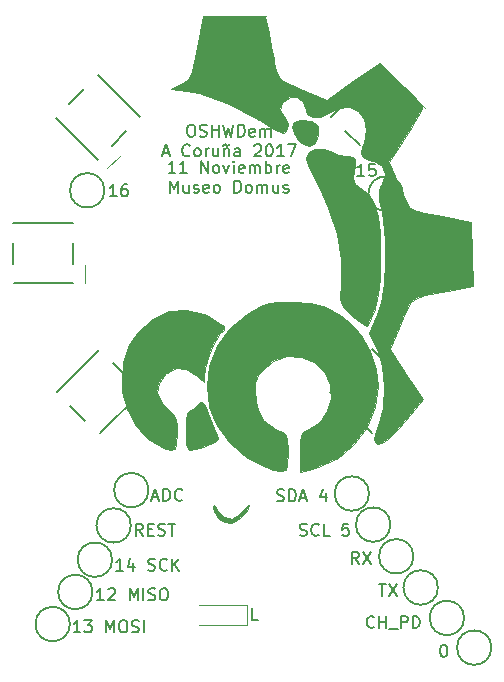
<source format=gto>
G04 #@! TF.GenerationSoftware,KiCad,Pcbnew,(2017-05-14 revision 14bb238b3)-makepkg*
G04 #@! TF.CreationDate,2017-07-12T11:42:09-06:00*
G04 #@! TF.ProjectId,001,3030312E6B696361645F706362000000,rev?*
G04 #@! TF.FileFunction,Legend,Top*
G04 #@! TF.FilePolarity,Positive*
%FSLAX46Y46*%
G04 Gerber Fmt 4.6, Leading zero omitted, Abs format (unit mm)*
G04 Created by KiCad (PCBNEW (2017-05-14 revision 14bb238b3)-makepkg) date 07/12/17 11:42:09*
%MOMM*%
%LPD*%
G01*
G04 APERTURE LIST*
%ADD10C,0.100000*%
%ADD11C,0.152400*%
%ADD12C,0.050000*%
%ADD13C,0.120000*%
%ADD14C,0.010000*%
G04 APERTURE END LIST*
D10*
D11*
X122020920Y-93693079D02*
X121682253Y-93209269D01*
X121440348Y-93693079D02*
X121440348Y-92677079D01*
X121827396Y-92677079D01*
X121924158Y-92725460D01*
X121972539Y-92773840D01*
X122020920Y-92870602D01*
X122020920Y-93015745D01*
X121972539Y-93112507D01*
X121924158Y-93160888D01*
X121827396Y-93209269D01*
X121440348Y-93209269D01*
X122456348Y-93160888D02*
X122795015Y-93160888D01*
X122940158Y-93693079D02*
X122456348Y-93693079D01*
X122456348Y-92677079D01*
X122940158Y-92677079D01*
X123327205Y-93644698D02*
X123472348Y-93693079D01*
X123714253Y-93693079D01*
X123811015Y-93644698D01*
X123859396Y-93596317D01*
X123907777Y-93499555D01*
X123907777Y-93402793D01*
X123859396Y-93306031D01*
X123811015Y-93257650D01*
X123714253Y-93209269D01*
X123520729Y-93160888D01*
X123423967Y-93112507D01*
X123375586Y-93064126D01*
X123327205Y-92967364D01*
X123327205Y-92870602D01*
X123375586Y-92773840D01*
X123423967Y-92725460D01*
X123520729Y-92677079D01*
X123762634Y-92677079D01*
X123907777Y-92725460D01*
X124198062Y-92677079D02*
X124778634Y-92677079D01*
X124488348Y-93693079D02*
X124488348Y-92677079D01*
X122845815Y-90456393D02*
X123329624Y-90456393D01*
X122749053Y-90746679D02*
X123087720Y-89730679D01*
X123426386Y-90746679D01*
X123765053Y-90746679D02*
X123765053Y-89730679D01*
X124006958Y-89730679D01*
X124152100Y-89779060D01*
X124248862Y-89875821D01*
X124297243Y-89972583D01*
X124345624Y-90166107D01*
X124345624Y-90311250D01*
X124297243Y-90504774D01*
X124248862Y-90601536D01*
X124152100Y-90698298D01*
X124006958Y-90746679D01*
X123765053Y-90746679D01*
X125361624Y-90649917D02*
X125313243Y-90698298D01*
X125168100Y-90746679D01*
X125071339Y-90746679D01*
X124926196Y-90698298D01*
X124829434Y-90601536D01*
X124781053Y-90504774D01*
X124732672Y-90311250D01*
X124732672Y-90166107D01*
X124781053Y-89972583D01*
X124829434Y-89875821D01*
X124926196Y-89779060D01*
X125071339Y-89730679D01*
X125168100Y-89730679D01*
X125313243Y-89779060D01*
X125361624Y-89827440D01*
X131771496Y-100817779D02*
X131287686Y-100817779D01*
X131287686Y-99801779D01*
X135320239Y-93657398D02*
X135465381Y-93705779D01*
X135707286Y-93705779D01*
X135804048Y-93657398D01*
X135852429Y-93609017D01*
X135900810Y-93512255D01*
X135900810Y-93415493D01*
X135852429Y-93318731D01*
X135804048Y-93270350D01*
X135707286Y-93221969D01*
X135513762Y-93173588D01*
X135417000Y-93125207D01*
X135368620Y-93076826D01*
X135320239Y-92980064D01*
X135320239Y-92883302D01*
X135368620Y-92786540D01*
X135417000Y-92738160D01*
X135513762Y-92689779D01*
X135755667Y-92689779D01*
X135900810Y-92738160D01*
X136916810Y-93609017D02*
X136868429Y-93657398D01*
X136723286Y-93705779D01*
X136626524Y-93705779D01*
X136481381Y-93657398D01*
X136384620Y-93560636D01*
X136336239Y-93463874D01*
X136287858Y-93270350D01*
X136287858Y-93125207D01*
X136336239Y-92931683D01*
X136384620Y-92834921D01*
X136481381Y-92738160D01*
X136626524Y-92689779D01*
X136723286Y-92689779D01*
X136868429Y-92738160D01*
X136916810Y-92786540D01*
X137836048Y-93705779D02*
X137352239Y-93705779D01*
X137352239Y-92689779D01*
X139432620Y-92689779D02*
X138948810Y-92689779D01*
X138900429Y-93173588D01*
X138948810Y-93125207D01*
X139045572Y-93076826D01*
X139287477Y-93076826D01*
X139384239Y-93125207D01*
X139432620Y-93173588D01*
X139481000Y-93270350D01*
X139481000Y-93512255D01*
X139432620Y-93609017D01*
X139384239Y-93657398D01*
X139287477Y-93705779D01*
X139045572Y-93705779D01*
X138948810Y-93657398D01*
X138900429Y-93609017D01*
X133403748Y-90736398D02*
X133548891Y-90784779D01*
X133790796Y-90784779D01*
X133887558Y-90736398D01*
X133935939Y-90688017D01*
X133984320Y-90591255D01*
X133984320Y-90494493D01*
X133935939Y-90397731D01*
X133887558Y-90349350D01*
X133790796Y-90300969D01*
X133597272Y-90252588D01*
X133500510Y-90204207D01*
X133452129Y-90155826D01*
X133403748Y-90059064D01*
X133403748Y-89962302D01*
X133452129Y-89865540D01*
X133500510Y-89817160D01*
X133597272Y-89768779D01*
X133839177Y-89768779D01*
X133984320Y-89817160D01*
X134419748Y-90784779D02*
X134419748Y-89768779D01*
X134661653Y-89768779D01*
X134806796Y-89817160D01*
X134903558Y-89913921D01*
X134951939Y-90010683D01*
X135000320Y-90204207D01*
X135000320Y-90349350D01*
X134951939Y-90542874D01*
X134903558Y-90639636D01*
X134806796Y-90736398D01*
X134661653Y-90784779D01*
X134419748Y-90784779D01*
X135387367Y-90494493D02*
X135871177Y-90494493D01*
X135290605Y-90784779D02*
X135629272Y-89768779D01*
X135967939Y-90784779D01*
X137516129Y-90107445D02*
X137516129Y-90784779D01*
X137274224Y-89720398D02*
X137032320Y-90446112D01*
X137661272Y-90446112D01*
X147448739Y-102938679D02*
X147545500Y-102938679D01*
X147642262Y-102987060D01*
X147690643Y-103035440D01*
X147739024Y-103132202D01*
X147787405Y-103325726D01*
X147787405Y-103567631D01*
X147739024Y-103761155D01*
X147690643Y-103857917D01*
X147642262Y-103906298D01*
X147545500Y-103954679D01*
X147448739Y-103954679D01*
X147351977Y-103906298D01*
X147303596Y-103857917D01*
X147255215Y-103761155D01*
X147206834Y-103567631D01*
X147206834Y-103325726D01*
X147255215Y-103132202D01*
X147303596Y-103035440D01*
X147351977Y-102987060D01*
X147448739Y-102938679D01*
X119808096Y-64952979D02*
X119227524Y-64952979D01*
X119517810Y-64952979D02*
X119517810Y-63936979D01*
X119421048Y-64082121D01*
X119324286Y-64178883D01*
X119227524Y-64227264D01*
X120678953Y-63936979D02*
X120485429Y-63936979D01*
X120388667Y-63985360D01*
X120340286Y-64033740D01*
X120243524Y-64178883D01*
X120195143Y-64372407D01*
X120195143Y-64759455D01*
X120243524Y-64856217D01*
X120291905Y-64904598D01*
X120388667Y-64952979D01*
X120582191Y-64952979D01*
X120678953Y-64904598D01*
X120727334Y-64856217D01*
X120775715Y-64759455D01*
X120775715Y-64517550D01*
X120727334Y-64420788D01*
X120678953Y-64372407D01*
X120582191Y-64324026D01*
X120388667Y-64324026D01*
X120291905Y-64372407D01*
X120243524Y-64420788D01*
X120195143Y-64517550D01*
X126022024Y-58895079D02*
X126215548Y-58895079D01*
X126312310Y-58943460D01*
X126409072Y-59040221D01*
X126457453Y-59233745D01*
X126457453Y-59572412D01*
X126409072Y-59765936D01*
X126312310Y-59862698D01*
X126215548Y-59911079D01*
X126022024Y-59911079D01*
X125925262Y-59862698D01*
X125828500Y-59765936D01*
X125780120Y-59572412D01*
X125780120Y-59233745D01*
X125828500Y-59040221D01*
X125925262Y-58943460D01*
X126022024Y-58895079D01*
X126844500Y-59862698D02*
X126989643Y-59911079D01*
X127231548Y-59911079D01*
X127328310Y-59862698D01*
X127376691Y-59814317D01*
X127425072Y-59717555D01*
X127425072Y-59620793D01*
X127376691Y-59524031D01*
X127328310Y-59475650D01*
X127231548Y-59427269D01*
X127038024Y-59378888D01*
X126941262Y-59330507D01*
X126892881Y-59282126D01*
X126844500Y-59185364D01*
X126844500Y-59088602D01*
X126892881Y-58991840D01*
X126941262Y-58943460D01*
X127038024Y-58895079D01*
X127279929Y-58895079D01*
X127425072Y-58943460D01*
X127860500Y-59911079D02*
X127860500Y-58895079D01*
X127860500Y-59378888D02*
X128441072Y-59378888D01*
X128441072Y-59911079D02*
X128441072Y-58895079D01*
X128828120Y-58895079D02*
X129070024Y-59911079D01*
X129263548Y-59185364D01*
X129457072Y-59911079D01*
X129698977Y-58895079D01*
X130086024Y-59911079D02*
X130086024Y-58895079D01*
X130327929Y-58895079D01*
X130473072Y-58943460D01*
X130569834Y-59040221D01*
X130618215Y-59136983D01*
X130666596Y-59330507D01*
X130666596Y-59475650D01*
X130618215Y-59669174D01*
X130569834Y-59765936D01*
X130473072Y-59862698D01*
X130327929Y-59911079D01*
X130086024Y-59911079D01*
X131489072Y-59862698D02*
X131392310Y-59911079D01*
X131198786Y-59911079D01*
X131102024Y-59862698D01*
X131053643Y-59765936D01*
X131053643Y-59378888D01*
X131102024Y-59282126D01*
X131198786Y-59233745D01*
X131392310Y-59233745D01*
X131489072Y-59282126D01*
X131537453Y-59378888D01*
X131537453Y-59475650D01*
X131053643Y-59572412D01*
X131972881Y-59911079D02*
X131972881Y-59233745D01*
X131972881Y-59330507D02*
X132021262Y-59282126D01*
X132118024Y-59233745D01*
X132263167Y-59233745D01*
X132359929Y-59282126D01*
X132408310Y-59378888D01*
X132408310Y-59911079D01*
X132408310Y-59378888D02*
X132456691Y-59282126D01*
X132553453Y-59233745D01*
X132698596Y-59233745D01*
X132795358Y-59282126D01*
X132843739Y-59378888D01*
X132843739Y-59911079D01*
X123723929Y-61297193D02*
X124207739Y-61297193D01*
X123627167Y-61587479D02*
X123965834Y-60571479D01*
X124304500Y-61587479D01*
X125997834Y-61490717D02*
X125949453Y-61539098D01*
X125804310Y-61587479D01*
X125707548Y-61587479D01*
X125562405Y-61539098D01*
X125465643Y-61442336D01*
X125417262Y-61345574D01*
X125368881Y-61152050D01*
X125368881Y-61006907D01*
X125417262Y-60813383D01*
X125465643Y-60716621D01*
X125562405Y-60619860D01*
X125707548Y-60571479D01*
X125804310Y-60571479D01*
X125949453Y-60619860D01*
X125997834Y-60668240D01*
X126578405Y-61587479D02*
X126481643Y-61539098D01*
X126433262Y-61490717D01*
X126384881Y-61393955D01*
X126384881Y-61103669D01*
X126433262Y-61006907D01*
X126481643Y-60958526D01*
X126578405Y-60910145D01*
X126723548Y-60910145D01*
X126820310Y-60958526D01*
X126868691Y-61006907D01*
X126917072Y-61103669D01*
X126917072Y-61393955D01*
X126868691Y-61490717D01*
X126820310Y-61539098D01*
X126723548Y-61587479D01*
X126578405Y-61587479D01*
X127352500Y-61587479D02*
X127352500Y-60910145D01*
X127352500Y-61103669D02*
X127400881Y-61006907D01*
X127449262Y-60958526D01*
X127546024Y-60910145D01*
X127642786Y-60910145D01*
X128416881Y-60910145D02*
X128416881Y-61587479D01*
X127981453Y-60910145D02*
X127981453Y-61442336D01*
X128029834Y-61539098D01*
X128126596Y-61587479D01*
X128271739Y-61587479D01*
X128368500Y-61539098D01*
X128416881Y-61490717D01*
X128900691Y-60910145D02*
X128900691Y-61587479D01*
X128900691Y-61006907D02*
X128949072Y-60958526D01*
X129045834Y-60910145D01*
X129190977Y-60910145D01*
X129287739Y-60958526D01*
X129336120Y-61055288D01*
X129336120Y-61587479D01*
X128852310Y-60668240D02*
X128900691Y-60619860D01*
X128997453Y-60571479D01*
X129190977Y-60668240D01*
X129287739Y-60619860D01*
X129336120Y-60571479D01*
X130255358Y-61587479D02*
X130255358Y-61055288D01*
X130206977Y-60958526D01*
X130110215Y-60910145D01*
X129916691Y-60910145D01*
X129819929Y-60958526D01*
X130255358Y-61539098D02*
X130158596Y-61587479D01*
X129916691Y-61587479D01*
X129819929Y-61539098D01*
X129771548Y-61442336D01*
X129771548Y-61345574D01*
X129819929Y-61248812D01*
X129916691Y-61200431D01*
X130158596Y-61200431D01*
X130255358Y-61152050D01*
X131464881Y-60668240D02*
X131513262Y-60619860D01*
X131610024Y-60571479D01*
X131851929Y-60571479D01*
X131948691Y-60619860D01*
X131997072Y-60668240D01*
X132045453Y-60765002D01*
X132045453Y-60861764D01*
X131997072Y-61006907D01*
X131416500Y-61587479D01*
X132045453Y-61587479D01*
X132674405Y-60571479D02*
X132771167Y-60571479D01*
X132867929Y-60619860D01*
X132916310Y-60668240D01*
X132964691Y-60765002D01*
X133013072Y-60958526D01*
X133013072Y-61200431D01*
X132964691Y-61393955D01*
X132916310Y-61490717D01*
X132867929Y-61539098D01*
X132771167Y-61587479D01*
X132674405Y-61587479D01*
X132577643Y-61539098D01*
X132529262Y-61490717D01*
X132480881Y-61393955D01*
X132432500Y-61200431D01*
X132432500Y-60958526D01*
X132480881Y-60765002D01*
X132529262Y-60668240D01*
X132577643Y-60619860D01*
X132674405Y-60571479D01*
X133980691Y-61587479D02*
X133400120Y-61587479D01*
X133690405Y-61587479D02*
X133690405Y-60571479D01*
X133593643Y-60716621D01*
X133496881Y-60813383D01*
X133400120Y-60861764D01*
X134319358Y-60571479D02*
X134996691Y-60571479D01*
X134561262Y-61587479D01*
X124787100Y-62984479D02*
X124206529Y-62984479D01*
X124496815Y-62984479D02*
X124496815Y-61968479D01*
X124400053Y-62113621D01*
X124303291Y-62210383D01*
X124206529Y-62258764D01*
X125754720Y-62984479D02*
X125174148Y-62984479D01*
X125464434Y-62984479D02*
X125464434Y-61968479D01*
X125367672Y-62113621D01*
X125270910Y-62210383D01*
X125174148Y-62258764D01*
X126964243Y-62984479D02*
X126964243Y-61968479D01*
X127544815Y-62984479D01*
X127544815Y-61968479D01*
X128173767Y-62984479D02*
X128077005Y-62936098D01*
X128028624Y-62887717D01*
X127980243Y-62790955D01*
X127980243Y-62500669D01*
X128028624Y-62403907D01*
X128077005Y-62355526D01*
X128173767Y-62307145D01*
X128318910Y-62307145D01*
X128415672Y-62355526D01*
X128464053Y-62403907D01*
X128512434Y-62500669D01*
X128512434Y-62790955D01*
X128464053Y-62887717D01*
X128415672Y-62936098D01*
X128318910Y-62984479D01*
X128173767Y-62984479D01*
X128851100Y-62307145D02*
X129093005Y-62984479D01*
X129334910Y-62307145D01*
X129721958Y-62984479D02*
X129721958Y-62307145D01*
X129721958Y-61968479D02*
X129673577Y-62016860D01*
X129721958Y-62065240D01*
X129770339Y-62016860D01*
X129721958Y-61968479D01*
X129721958Y-62065240D01*
X130592815Y-62936098D02*
X130496053Y-62984479D01*
X130302529Y-62984479D01*
X130205767Y-62936098D01*
X130157386Y-62839336D01*
X130157386Y-62452288D01*
X130205767Y-62355526D01*
X130302529Y-62307145D01*
X130496053Y-62307145D01*
X130592815Y-62355526D01*
X130641196Y-62452288D01*
X130641196Y-62549050D01*
X130157386Y-62645812D01*
X131076624Y-62984479D02*
X131076624Y-62307145D01*
X131076624Y-62403907D02*
X131125005Y-62355526D01*
X131221767Y-62307145D01*
X131366910Y-62307145D01*
X131463672Y-62355526D01*
X131512053Y-62452288D01*
X131512053Y-62984479D01*
X131512053Y-62452288D02*
X131560434Y-62355526D01*
X131657196Y-62307145D01*
X131802339Y-62307145D01*
X131899100Y-62355526D01*
X131947481Y-62452288D01*
X131947481Y-62984479D01*
X132431291Y-62984479D02*
X132431291Y-61968479D01*
X132431291Y-62355526D02*
X132528053Y-62307145D01*
X132721577Y-62307145D01*
X132818339Y-62355526D01*
X132866720Y-62403907D01*
X132915100Y-62500669D01*
X132915100Y-62790955D01*
X132866720Y-62887717D01*
X132818339Y-62936098D01*
X132721577Y-62984479D01*
X132528053Y-62984479D01*
X132431291Y-62936098D01*
X133350529Y-62984479D02*
X133350529Y-62307145D01*
X133350529Y-62500669D02*
X133398910Y-62403907D01*
X133447291Y-62355526D01*
X133544053Y-62307145D01*
X133640815Y-62307145D01*
X134366529Y-62936098D02*
X134269767Y-62984479D01*
X134076243Y-62984479D01*
X133979481Y-62936098D01*
X133931100Y-62839336D01*
X133931100Y-62452288D01*
X133979481Y-62355526D01*
X134076243Y-62307145D01*
X134269767Y-62307145D01*
X134366529Y-62355526D01*
X134414910Y-62452288D01*
X134414910Y-62549050D01*
X133931100Y-62645812D01*
X124303291Y-64660879D02*
X124303291Y-63644879D01*
X124641958Y-64370593D01*
X124980624Y-63644879D01*
X124980624Y-64660879D01*
X125899862Y-63983545D02*
X125899862Y-64660879D01*
X125464434Y-63983545D02*
X125464434Y-64515736D01*
X125512815Y-64612498D01*
X125609577Y-64660879D01*
X125754720Y-64660879D01*
X125851481Y-64612498D01*
X125899862Y-64564117D01*
X126335291Y-64612498D02*
X126432053Y-64660879D01*
X126625577Y-64660879D01*
X126722339Y-64612498D01*
X126770720Y-64515736D01*
X126770720Y-64467355D01*
X126722339Y-64370593D01*
X126625577Y-64322212D01*
X126480434Y-64322212D01*
X126383672Y-64273831D01*
X126335291Y-64177069D01*
X126335291Y-64128688D01*
X126383672Y-64031926D01*
X126480434Y-63983545D01*
X126625577Y-63983545D01*
X126722339Y-64031926D01*
X127593196Y-64612498D02*
X127496434Y-64660879D01*
X127302910Y-64660879D01*
X127206148Y-64612498D01*
X127157767Y-64515736D01*
X127157767Y-64128688D01*
X127206148Y-64031926D01*
X127302910Y-63983545D01*
X127496434Y-63983545D01*
X127593196Y-64031926D01*
X127641577Y-64128688D01*
X127641577Y-64225450D01*
X127157767Y-64322212D01*
X128222148Y-64660879D02*
X128125386Y-64612498D01*
X128077005Y-64564117D01*
X128028624Y-64467355D01*
X128028624Y-64177069D01*
X128077005Y-64080307D01*
X128125386Y-64031926D01*
X128222148Y-63983545D01*
X128367291Y-63983545D01*
X128464053Y-64031926D01*
X128512434Y-64080307D01*
X128560815Y-64177069D01*
X128560815Y-64467355D01*
X128512434Y-64564117D01*
X128464053Y-64612498D01*
X128367291Y-64660879D01*
X128222148Y-64660879D01*
X129770339Y-64660879D02*
X129770339Y-63644879D01*
X130012243Y-63644879D01*
X130157386Y-63693260D01*
X130254148Y-63790021D01*
X130302529Y-63886783D01*
X130350910Y-64080307D01*
X130350910Y-64225450D01*
X130302529Y-64418974D01*
X130254148Y-64515736D01*
X130157386Y-64612498D01*
X130012243Y-64660879D01*
X129770339Y-64660879D01*
X130931481Y-64660879D02*
X130834720Y-64612498D01*
X130786339Y-64564117D01*
X130737958Y-64467355D01*
X130737958Y-64177069D01*
X130786339Y-64080307D01*
X130834720Y-64031926D01*
X130931481Y-63983545D01*
X131076624Y-63983545D01*
X131173386Y-64031926D01*
X131221767Y-64080307D01*
X131270148Y-64177069D01*
X131270148Y-64467355D01*
X131221767Y-64564117D01*
X131173386Y-64612498D01*
X131076624Y-64660879D01*
X130931481Y-64660879D01*
X131705577Y-64660879D02*
X131705577Y-63983545D01*
X131705577Y-64080307D02*
X131753958Y-64031926D01*
X131850720Y-63983545D01*
X131995862Y-63983545D01*
X132092624Y-64031926D01*
X132141005Y-64128688D01*
X132141005Y-64660879D01*
X132141005Y-64128688D02*
X132189386Y-64031926D01*
X132286148Y-63983545D01*
X132431291Y-63983545D01*
X132528053Y-64031926D01*
X132576434Y-64128688D01*
X132576434Y-64660879D01*
X133495672Y-63983545D02*
X133495672Y-64660879D01*
X133060243Y-63983545D02*
X133060243Y-64515736D01*
X133108624Y-64612498D01*
X133205386Y-64660879D01*
X133350529Y-64660879D01*
X133447291Y-64612498D01*
X133495672Y-64564117D01*
X133931100Y-64612498D02*
X134027862Y-64660879D01*
X134221386Y-64660879D01*
X134318148Y-64612498D01*
X134366529Y-64515736D01*
X134366529Y-64467355D01*
X134318148Y-64370593D01*
X134221386Y-64322212D01*
X134076243Y-64322212D01*
X133979481Y-64273831D01*
X133931100Y-64177069D01*
X133931100Y-64128688D01*
X133979481Y-64031926D01*
X134076243Y-63983545D01*
X134221386Y-63983545D01*
X134318148Y-64031926D01*
X118725572Y-99166779D02*
X118145000Y-99166779D01*
X118435286Y-99166779D02*
X118435286Y-98150779D01*
X118338524Y-98295921D01*
X118241762Y-98392683D01*
X118145000Y-98441064D01*
X119112620Y-98247540D02*
X119161000Y-98199160D01*
X119257762Y-98150779D01*
X119499667Y-98150779D01*
X119596429Y-98199160D01*
X119644810Y-98247540D01*
X119693191Y-98344302D01*
X119693191Y-98441064D01*
X119644810Y-98586207D01*
X119064239Y-99166779D01*
X119693191Y-99166779D01*
X120902715Y-99166779D02*
X120902715Y-98150779D01*
X121241381Y-98876493D01*
X121580048Y-98150779D01*
X121580048Y-99166779D01*
X122063858Y-99166779D02*
X122063858Y-98150779D01*
X122499286Y-99118398D02*
X122644429Y-99166779D01*
X122886334Y-99166779D01*
X122983096Y-99118398D01*
X123031477Y-99070017D01*
X123079858Y-98973255D01*
X123079858Y-98876493D01*
X123031477Y-98779731D01*
X122983096Y-98731350D01*
X122886334Y-98682969D01*
X122692810Y-98634588D01*
X122596048Y-98586207D01*
X122547667Y-98537826D01*
X122499286Y-98441064D01*
X122499286Y-98344302D01*
X122547667Y-98247540D01*
X122596048Y-98199160D01*
X122692810Y-98150779D01*
X122934715Y-98150779D01*
X123079858Y-98199160D01*
X123708810Y-98150779D02*
X123902334Y-98150779D01*
X123999096Y-98199160D01*
X124095858Y-98295921D01*
X124144239Y-98489445D01*
X124144239Y-98828112D01*
X124095858Y-99021636D01*
X123999096Y-99118398D01*
X123902334Y-99166779D01*
X123708810Y-99166779D01*
X123612048Y-99118398D01*
X123515286Y-99021636D01*
X123466905Y-98828112D01*
X123466905Y-98489445D01*
X123515286Y-98295921D01*
X123612048Y-98199160D01*
X123708810Y-98150779D01*
X116744372Y-101884579D02*
X116163800Y-101884579D01*
X116454086Y-101884579D02*
X116454086Y-100868579D01*
X116357324Y-101013721D01*
X116260562Y-101110483D01*
X116163800Y-101158864D01*
X117083039Y-100868579D02*
X117711991Y-100868579D01*
X117373324Y-101255626D01*
X117518467Y-101255626D01*
X117615229Y-101304007D01*
X117663610Y-101352388D01*
X117711991Y-101449150D01*
X117711991Y-101691055D01*
X117663610Y-101787817D01*
X117615229Y-101836198D01*
X117518467Y-101884579D01*
X117228181Y-101884579D01*
X117131420Y-101836198D01*
X117083039Y-101787817D01*
X118921515Y-101884579D02*
X118921515Y-100868579D01*
X119260181Y-101594293D01*
X119598848Y-100868579D01*
X119598848Y-101884579D01*
X120276181Y-100868579D02*
X120469705Y-100868579D01*
X120566467Y-100916960D01*
X120663229Y-101013721D01*
X120711610Y-101207245D01*
X120711610Y-101545912D01*
X120663229Y-101739436D01*
X120566467Y-101836198D01*
X120469705Y-101884579D01*
X120276181Y-101884579D01*
X120179420Y-101836198D01*
X120082658Y-101739436D01*
X120034277Y-101545912D01*
X120034277Y-101207245D01*
X120082658Y-101013721D01*
X120179420Y-100916960D01*
X120276181Y-100868579D01*
X121098658Y-101836198D02*
X121243800Y-101884579D01*
X121485705Y-101884579D01*
X121582467Y-101836198D01*
X121630848Y-101787817D01*
X121679229Y-101691055D01*
X121679229Y-101594293D01*
X121630848Y-101497531D01*
X121582467Y-101449150D01*
X121485705Y-101400769D01*
X121292181Y-101352388D01*
X121195420Y-101304007D01*
X121147039Y-101255626D01*
X121098658Y-101158864D01*
X121098658Y-101062102D01*
X121147039Y-100965340D01*
X121195420Y-100916960D01*
X121292181Y-100868579D01*
X121534086Y-100868579D01*
X121679229Y-100916960D01*
X122114658Y-101884579D02*
X122114658Y-100868579D01*
X120346939Y-96664879D02*
X119766367Y-96664879D01*
X120056653Y-96664879D02*
X120056653Y-95648879D01*
X119959891Y-95794021D01*
X119863129Y-95890783D01*
X119766367Y-95939164D01*
X121217796Y-95987545D02*
X121217796Y-96664879D01*
X120975891Y-95600498D02*
X120733986Y-96326212D01*
X121362939Y-96326212D01*
X122475700Y-96616498D02*
X122620843Y-96664879D01*
X122862748Y-96664879D01*
X122959510Y-96616498D01*
X123007891Y-96568117D01*
X123056272Y-96471355D01*
X123056272Y-96374593D01*
X123007891Y-96277831D01*
X122959510Y-96229450D01*
X122862748Y-96181069D01*
X122669224Y-96132688D01*
X122572462Y-96084307D01*
X122524081Y-96035926D01*
X122475700Y-95939164D01*
X122475700Y-95842402D01*
X122524081Y-95745640D01*
X122572462Y-95697260D01*
X122669224Y-95648879D01*
X122911129Y-95648879D01*
X123056272Y-95697260D01*
X124072272Y-96568117D02*
X124023891Y-96616498D01*
X123878748Y-96664879D01*
X123781986Y-96664879D01*
X123636843Y-96616498D01*
X123540081Y-96519736D01*
X123491700Y-96422974D01*
X123443320Y-96229450D01*
X123443320Y-96084307D01*
X123491700Y-95890783D01*
X123540081Y-95794021D01*
X123636843Y-95697260D01*
X123781986Y-95648879D01*
X123878748Y-95648879D01*
X124023891Y-95697260D01*
X124072272Y-95745640D01*
X124507700Y-96664879D02*
X124507700Y-95648879D01*
X125088272Y-96664879D02*
X124652843Y-96084307D01*
X125088272Y-95648879D02*
X124507700Y-96229450D01*
X140317386Y-96067979D02*
X139978720Y-95584169D01*
X139736815Y-96067979D02*
X139736815Y-95051979D01*
X140123862Y-95051979D01*
X140220624Y-95100360D01*
X140269005Y-95148740D01*
X140317386Y-95245502D01*
X140317386Y-95390645D01*
X140269005Y-95487407D01*
X140220624Y-95535788D01*
X140123862Y-95584169D01*
X139736815Y-95584169D01*
X140656053Y-95051979D02*
X141333386Y-96067979D01*
X141333386Y-95051979D02*
X140656053Y-96067979D01*
X140775796Y-63238479D02*
X140195224Y-63238479D01*
X140485510Y-63238479D02*
X140485510Y-62222479D01*
X140388748Y-62367621D01*
X140291986Y-62464383D01*
X140195224Y-62512764D01*
X141695034Y-62222479D02*
X141211224Y-62222479D01*
X141162843Y-62706288D01*
X141211224Y-62657907D01*
X141307986Y-62609526D01*
X141549891Y-62609526D01*
X141646653Y-62657907D01*
X141695034Y-62706288D01*
X141743415Y-62803050D01*
X141743415Y-63044955D01*
X141695034Y-63141717D01*
X141646653Y-63190098D01*
X141549891Y-63238479D01*
X141307986Y-63238479D01*
X141211224Y-63190098D01*
X141162843Y-63141717D01*
X141596458Y-101419517D02*
X141548077Y-101467898D01*
X141402934Y-101516279D01*
X141306172Y-101516279D01*
X141161029Y-101467898D01*
X141064267Y-101371136D01*
X141015886Y-101274374D01*
X140967505Y-101080850D01*
X140967505Y-100935707D01*
X141015886Y-100742183D01*
X141064267Y-100645421D01*
X141161029Y-100548660D01*
X141306172Y-100500279D01*
X141402934Y-100500279D01*
X141548077Y-100548660D01*
X141596458Y-100597040D01*
X142031886Y-101516279D02*
X142031886Y-100500279D01*
X142031886Y-100984088D02*
X142612458Y-100984088D01*
X142612458Y-101516279D02*
X142612458Y-100500279D01*
X142854362Y-101613040D02*
X143628458Y-101613040D01*
X143870362Y-101516279D02*
X143870362Y-100500279D01*
X144257410Y-100500279D01*
X144354172Y-100548660D01*
X144402553Y-100597040D01*
X144450934Y-100693802D01*
X144450934Y-100838945D01*
X144402553Y-100935707D01*
X144354172Y-100984088D01*
X144257410Y-101032469D01*
X143870362Y-101032469D01*
X144886362Y-101516279D02*
X144886362Y-100500279D01*
X145128267Y-100500279D01*
X145273410Y-100548660D01*
X145370172Y-100645421D01*
X145418553Y-100742183D01*
X145466934Y-100935707D01*
X145466934Y-101080850D01*
X145418553Y-101274374D01*
X145370172Y-101371136D01*
X145273410Y-101467898D01*
X145128267Y-101516279D01*
X144886362Y-101516279D01*
X142024024Y-97795179D02*
X142604596Y-97795179D01*
X142314310Y-98811179D02*
X142314310Y-97795179D01*
X142846500Y-97795179D02*
X143523834Y-98811179D01*
X143523834Y-97795179D02*
X142846500Y-98811179D01*
X121014858Y-92824520D02*
G75*
G03X121014858Y-92824520I-1457738J0D01*
G01*
X147009218Y-98082320D02*
G75*
G03X147009218Y-98082320I-1457738J0D01*
G01*
X122508378Y-89837480D02*
G75*
G03X122508378Y-89837480I-1457738J0D01*
G01*
X149224098Y-100657880D02*
G75*
G03X149224098Y-100657880I-1457738J0D01*
G01*
X119424818Y-95730280D02*
G75*
G03X119424818Y-95730280I-1457738J0D01*
G01*
X141177378Y-90127040D02*
G75*
G03X141177378Y-90127040I-1457738J0D01*
G01*
X117768738Y-98458240D02*
G75*
G03X117768738Y-98458240I-1457738J0D01*
G01*
X151540578Y-103172480D02*
G75*
G03X151540578Y-103172480I-1457738J0D01*
G01*
X115848498Y-101176040D02*
G75*
G03X115848498Y-101176040I-1457738J0D01*
G01*
X142741273Y-55799971D02*
X143998509Y-57057207D01*
X137981738Y-58224640D02*
X141573840Y-54632538D01*
X145165942Y-58224640D02*
X141663643Y-61726940D01*
X139149171Y-59392073D02*
X140406407Y-60649309D01*
D12*
X144826531Y-56386162D02*
X145887191Y-57446823D01*
X130920320Y-49707200D02*
X132420320Y-49707200D01*
D11*
X129031320Y-55847200D02*
X130809320Y-55847200D01*
X132460320Y-50767200D02*
X132460320Y-55720200D01*
X127380320Y-55847200D02*
X127380320Y-50767200D01*
X129031320Y-50767200D02*
X130809320Y-50767200D01*
X120640669Y-59447953D02*
X119383433Y-60705189D01*
X118216000Y-54688418D02*
X121808102Y-58280520D01*
X118216000Y-61872622D02*
X114713700Y-58370323D01*
X117048567Y-55855851D02*
X115791331Y-57113087D01*
D12*
X120054478Y-61533211D02*
X118993817Y-62593871D01*
X117167800Y-70796880D02*
X117167800Y-72296880D01*
D11*
X111027800Y-68907880D02*
X111027800Y-70685880D01*
X116107800Y-72336880D02*
X111154800Y-72336880D01*
X111027800Y-67256880D02*
X116107800Y-67256880D01*
X116107800Y-68907880D02*
X116107800Y-70685880D01*
X119495193Y-79101931D02*
X120752429Y-80359167D01*
X114735658Y-81526600D02*
X118327760Y-77934498D01*
X121919862Y-81526600D02*
X118417563Y-85028900D01*
X115903091Y-82694033D02*
X117160327Y-83951269D01*
D12*
X121580451Y-79688122D02*
X122641111Y-80748783D01*
X143244678Y-84698011D02*
X142184017Y-85758671D01*
D11*
X140238767Y-79020651D02*
X138981531Y-80277887D01*
X141406200Y-85037422D02*
X137903900Y-81535123D01*
X141406200Y-77853218D02*
X144998302Y-81445320D01*
X143830869Y-82612753D02*
X142573633Y-83869989D01*
X148721400Y-69029800D02*
X148721400Y-70807800D01*
X143641400Y-67378800D02*
X148721400Y-67378800D01*
X148721400Y-72458800D02*
X143768400Y-72458800D01*
X143641400Y-69029800D02*
X143641400Y-70807800D01*
D12*
X149781400Y-70918800D02*
X149781400Y-72418800D01*
D11*
X144936578Y-95440720D02*
G75*
G03X144936578Y-95440720I-1457738J0D01*
G01*
X142985858Y-92758480D02*
G75*
G03X142985858Y-92758480I-1457738J0D01*
G01*
X118774578Y-64452720D02*
G75*
G03X118774578Y-64452720I-1457738J0D01*
G01*
D13*
X130858000Y-101246000D02*
X130858000Y-99546000D01*
X130808000Y-99546000D02*
X126758000Y-99546000D01*
X130808000Y-101246000D02*
X126758000Y-101246000D01*
D11*
X144042498Y-64737200D02*
G75*
G03X144042498Y-64737200I-1457738J0D01*
G01*
D14*
G36*
X132686555Y-51127845D02*
X132910139Y-52231506D01*
X133112805Y-53329963D01*
X133168493Y-53662517D01*
X133303352Y-54341299D01*
X133521765Y-54817651D01*
X133934817Y-55192562D01*
X134653591Y-55567019D01*
X135783195Y-56039594D01*
X137582070Y-56767705D01*
X139851234Y-55204595D01*
X142120397Y-53641486D01*
X143908470Y-55413664D01*
X144704385Y-56227272D01*
X145318052Y-56901721D01*
X145657624Y-57333890D01*
X145696543Y-57421279D01*
X145553005Y-57747979D01*
X145168132Y-58428062D01*
X144610530Y-59343177D01*
X144279283Y-59866098D01*
X142862024Y-62075480D01*
X143621325Y-63872148D01*
X144038686Y-64818115D01*
X144400745Y-65565808D01*
X144627547Y-65951038D01*
X145002111Y-66124158D01*
X145791325Y-66345161D01*
X146851942Y-66576222D01*
X147331616Y-66665018D01*
X149788765Y-67096776D01*
X149949783Y-72539110D01*
X148317052Y-72855201D01*
X146876181Y-73131475D01*
X145877194Y-73349095D01*
X145212213Y-73577307D01*
X144773358Y-73885355D01*
X144452752Y-74342486D01*
X144142516Y-75017945D01*
X143844739Y-75725907D01*
X142929007Y-77871830D01*
X144345860Y-80017195D01*
X145762712Y-82162561D01*
X144629070Y-83511244D01*
X143591421Y-84701411D01*
X142822853Y-85470596D01*
X142271509Y-85862142D01*
X141885533Y-85919392D01*
X141796166Y-85879060D01*
X141612093Y-85627846D01*
X141669985Y-85150606D01*
X141940442Y-84410384D01*
X142341802Y-82871200D01*
X142450898Y-81102212D01*
X142272036Y-79345471D01*
X141824221Y-77874927D01*
X141212726Y-76534371D01*
X141808456Y-75193816D01*
X142182112Y-73973096D01*
X142432872Y-72369887D01*
X142552232Y-70554431D01*
X142531691Y-68696968D01*
X142362747Y-66967742D01*
X142250426Y-66343969D01*
X142051722Y-65291884D01*
X142001270Y-64619438D01*
X142098981Y-64161668D01*
X142249084Y-63890222D01*
X142509428Y-63096902D01*
X142266082Y-62414897D01*
X141578934Y-61986740D01*
X141434638Y-61951879D01*
X140721376Y-61739851D01*
X140463227Y-61392033D01*
X140592626Y-60762824D01*
X140726645Y-60426110D01*
X140954829Y-59346147D01*
X140752350Y-58426521D01*
X140217164Y-57750204D01*
X139447229Y-57400169D01*
X138540503Y-57459387D01*
X137736022Y-57892986D01*
X137037520Y-58241211D01*
X136374030Y-58265507D01*
X135919611Y-57988022D01*
X135818765Y-57649011D01*
X135606096Y-56968816D01*
X135093872Y-56587285D01*
X134470763Y-56557986D01*
X133925440Y-56934491D01*
X133830645Y-57084515D01*
X133674368Y-57646756D01*
X133964934Y-58168051D01*
X133996054Y-58202893D01*
X134283648Y-58758286D01*
X134266290Y-59292441D01*
X133964777Y-59589114D01*
X133861589Y-59601038D01*
X133501011Y-59457000D01*
X132813446Y-59077451D01*
X131940709Y-58541234D01*
X131847775Y-58481426D01*
X129312687Y-57105891D01*
X126782512Y-56248445D01*
X125792760Y-56057441D01*
X124396713Y-55848091D01*
X125263723Y-55437482D01*
X125675178Y-55207630D01*
X125964518Y-54901779D01*
X126185929Y-54398495D01*
X126393595Y-53576343D01*
X126630189Y-52375067D01*
X127129646Y-49723260D01*
X132385326Y-49723260D01*
X132686555Y-51127845D01*
X132686555Y-51127845D01*
G37*
X132686555Y-51127845D02*
X132910139Y-52231506D01*
X133112805Y-53329963D01*
X133168493Y-53662517D01*
X133303352Y-54341299D01*
X133521765Y-54817651D01*
X133934817Y-55192562D01*
X134653591Y-55567019D01*
X135783195Y-56039594D01*
X137582070Y-56767705D01*
X139851234Y-55204595D01*
X142120397Y-53641486D01*
X143908470Y-55413664D01*
X144704385Y-56227272D01*
X145318052Y-56901721D01*
X145657624Y-57333890D01*
X145696543Y-57421279D01*
X145553005Y-57747979D01*
X145168132Y-58428062D01*
X144610530Y-59343177D01*
X144279283Y-59866098D01*
X142862024Y-62075480D01*
X143621325Y-63872148D01*
X144038686Y-64818115D01*
X144400745Y-65565808D01*
X144627547Y-65951038D01*
X145002111Y-66124158D01*
X145791325Y-66345161D01*
X146851942Y-66576222D01*
X147331616Y-66665018D01*
X149788765Y-67096776D01*
X149949783Y-72539110D01*
X148317052Y-72855201D01*
X146876181Y-73131475D01*
X145877194Y-73349095D01*
X145212213Y-73577307D01*
X144773358Y-73885355D01*
X144452752Y-74342486D01*
X144142516Y-75017945D01*
X143844739Y-75725907D01*
X142929007Y-77871830D01*
X144345860Y-80017195D01*
X145762712Y-82162561D01*
X144629070Y-83511244D01*
X143591421Y-84701411D01*
X142822853Y-85470596D01*
X142271509Y-85862142D01*
X141885533Y-85919392D01*
X141796166Y-85879060D01*
X141612093Y-85627846D01*
X141669985Y-85150606D01*
X141940442Y-84410384D01*
X142341802Y-82871200D01*
X142450898Y-81102212D01*
X142272036Y-79345471D01*
X141824221Y-77874927D01*
X141212726Y-76534371D01*
X141808456Y-75193816D01*
X142182112Y-73973096D01*
X142432872Y-72369887D01*
X142552232Y-70554431D01*
X142531691Y-68696968D01*
X142362747Y-66967742D01*
X142250426Y-66343969D01*
X142051722Y-65291884D01*
X142001270Y-64619438D01*
X142098981Y-64161668D01*
X142249084Y-63890222D01*
X142509428Y-63096902D01*
X142266082Y-62414897D01*
X141578934Y-61986740D01*
X141434638Y-61951879D01*
X140721376Y-61739851D01*
X140463227Y-61392033D01*
X140592626Y-60762824D01*
X140726645Y-60426110D01*
X140954829Y-59346147D01*
X140752350Y-58426521D01*
X140217164Y-57750204D01*
X139447229Y-57400169D01*
X138540503Y-57459387D01*
X137736022Y-57892986D01*
X137037520Y-58241211D01*
X136374030Y-58265507D01*
X135919611Y-57988022D01*
X135818765Y-57649011D01*
X135606096Y-56968816D01*
X135093872Y-56587285D01*
X134470763Y-56557986D01*
X133925440Y-56934491D01*
X133830645Y-57084515D01*
X133674368Y-57646756D01*
X133964934Y-58168051D01*
X133996054Y-58202893D01*
X134283648Y-58758286D01*
X134266290Y-59292441D01*
X133964777Y-59589114D01*
X133861589Y-59601038D01*
X133501011Y-59457000D01*
X132813446Y-59077451D01*
X131940709Y-58541234D01*
X131847775Y-58481426D01*
X129312687Y-57105891D01*
X126782512Y-56248445D01*
X125792760Y-56057441D01*
X124396713Y-55848091D01*
X125263723Y-55437482D01*
X125675178Y-55207630D01*
X125964518Y-54901779D01*
X126185929Y-54398495D01*
X126393595Y-53576343D01*
X126630189Y-52375067D01*
X127129646Y-49723260D01*
X132385326Y-49723260D01*
X132686555Y-51127845D01*
G36*
X137878390Y-61152157D02*
X138627740Y-61475892D01*
X139293034Y-61576594D01*
X139802145Y-61610887D01*
X139997865Y-61819487D01*
X139967102Y-62360973D01*
X139911158Y-62704470D01*
X139826951Y-63452622D01*
X139972844Y-63886807D01*
X140448120Y-64242131D01*
X140596436Y-64327248D01*
X141201461Y-64815077D01*
X141637106Y-65543525D01*
X141924616Y-66591240D01*
X142085235Y-68036868D01*
X142140209Y-69959055D01*
X142140501Y-70043260D01*
X142097175Y-71865218D01*
X141945227Y-73272936D01*
X141668674Y-74408966D01*
X141642099Y-74488260D01*
X141333838Y-75297344D01*
X141069810Y-75830544D01*
X140946639Y-75958179D01*
X140643688Y-75779347D01*
X140077591Y-75335361D01*
X139682366Y-74996392D01*
X139084623Y-74442322D01*
X138781206Y-73998336D01*
X138699378Y-73453089D01*
X138766406Y-72595235D01*
X138787978Y-72397584D01*
X138792156Y-70394899D01*
X138428672Y-68184625D01*
X137738595Y-65948450D01*
X136927224Y-64165479D01*
X136413303Y-63159905D01*
X136025932Y-62312675D01*
X135830316Y-61769465D01*
X135818765Y-61689049D01*
X136057931Y-61233970D01*
X136635025Y-60966863D01*
X137339444Y-60942627D01*
X137878390Y-61152157D01*
X137878390Y-61152157D01*
G37*
X137878390Y-61152157D02*
X138627740Y-61475892D01*
X139293034Y-61576594D01*
X139802145Y-61610887D01*
X139997865Y-61819487D01*
X139967102Y-62360973D01*
X139911158Y-62704470D01*
X139826951Y-63452622D01*
X139972844Y-63886807D01*
X140448120Y-64242131D01*
X140596436Y-64327248D01*
X141201461Y-64815077D01*
X141637106Y-65543525D01*
X141924616Y-66591240D01*
X142085235Y-68036868D01*
X142140209Y-69959055D01*
X142140501Y-70043260D01*
X142097175Y-71865218D01*
X141945227Y-73272936D01*
X141668674Y-74408966D01*
X141642099Y-74488260D01*
X141333838Y-75297344D01*
X141069810Y-75830544D01*
X140946639Y-75958179D01*
X140643688Y-75779347D01*
X140077591Y-75335361D01*
X139682366Y-74996392D01*
X139084623Y-74442322D01*
X138781206Y-73998336D01*
X138699378Y-73453089D01*
X138766406Y-72595235D01*
X138787978Y-72397584D01*
X138792156Y-70394899D01*
X138428672Y-68184625D01*
X137738595Y-65948450D01*
X136927224Y-64165479D01*
X136413303Y-63159905D01*
X136025932Y-62312675D01*
X135830316Y-61769465D01*
X135818765Y-61689049D01*
X136057931Y-61233970D01*
X136635025Y-60966863D01*
X137339444Y-60942627D01*
X137878390Y-61152157D01*
G36*
X136378569Y-58614454D02*
X136836712Y-59047491D01*
X136899697Y-59772772D01*
X136620431Y-60446002D01*
X136082339Y-60690885D01*
X135435564Y-60468100D01*
X135168193Y-60226239D01*
X134790788Y-59571799D01*
X134689876Y-59084927D01*
X134816657Y-58628000D01*
X135298411Y-58479574D01*
X135465987Y-58476471D01*
X136378569Y-58614454D01*
X136378569Y-58614454D01*
G37*
X136378569Y-58614454D02*
X136836712Y-59047491D01*
X136899697Y-59772772D01*
X136620431Y-60446002D01*
X136082339Y-60690885D01*
X135435564Y-60468100D01*
X135168193Y-60226239D01*
X134790788Y-59571799D01*
X134689876Y-59084927D01*
X134816657Y-58628000D01*
X135298411Y-58479574D01*
X135465987Y-58476471D01*
X136378569Y-58614454D01*
G36*
X134670120Y-73908456D02*
X136242106Y-74011953D01*
X137530746Y-74361274D01*
X138729215Y-75026200D01*
X139574464Y-75680096D01*
X140484443Y-76714222D01*
X141228728Y-78070893D01*
X141729530Y-79572316D01*
X141909120Y-81016059D01*
X141667246Y-82818763D01*
X140983154Y-84485492D01*
X139919140Y-85939694D01*
X138537498Y-87104813D01*
X136900525Y-87904294D01*
X136130620Y-88117244D01*
X135305120Y-88295423D01*
X135305120Y-86655057D01*
X135318436Y-85763422D01*
X135394737Y-85240761D01*
X135588547Y-84948119D01*
X135954392Y-84746539D01*
X136073710Y-84696330D01*
X136987776Y-84066243D01*
X137618289Y-83132788D01*
X137925662Y-82035538D01*
X137870303Y-80914066D01*
X137426561Y-79926835D01*
X136486058Y-79011995D01*
X135380962Y-78532739D01*
X134209579Y-78497571D01*
X133070213Y-78914997D01*
X132338687Y-79486692D01*
X131792531Y-80121679D01*
X131548340Y-80737611D01*
X131495120Y-81532179D01*
X131690752Y-82831990D01*
X132242699Y-83883723D01*
X133098532Y-84599761D01*
X133413712Y-84738559D01*
X133889682Y-84931251D01*
X134151489Y-85165660D01*
X134263150Y-85581938D01*
X134288683Y-86320237D01*
X134289120Y-86655085D01*
X134259531Y-87590252D01*
X134106863Y-88100034D01*
X133735265Y-88248224D01*
X133048885Y-88098617D01*
X132435599Y-87888709D01*
X130723508Y-87025298D01*
X129297258Y-85790881D01*
X128225613Y-84258619D01*
X127650618Y-82797965D01*
X127430566Y-81055819D01*
X127669785Y-79313166D01*
X128327796Y-77660696D01*
X129364122Y-76189096D01*
X130738286Y-74989056D01*
X131285938Y-74653095D01*
X132062013Y-74260340D01*
X132750625Y-74034251D01*
X133549071Y-73931417D01*
X134654648Y-73908425D01*
X134670120Y-73908456D01*
X134670120Y-73908456D01*
G37*
X134670120Y-73908456D02*
X136242106Y-74011953D01*
X137530746Y-74361274D01*
X138729215Y-75026200D01*
X139574464Y-75680096D01*
X140484443Y-76714222D01*
X141228728Y-78070893D01*
X141729530Y-79572316D01*
X141909120Y-81016059D01*
X141667246Y-82818763D01*
X140983154Y-84485492D01*
X139919140Y-85939694D01*
X138537498Y-87104813D01*
X136900525Y-87904294D01*
X136130620Y-88117244D01*
X135305120Y-88295423D01*
X135305120Y-86655057D01*
X135318436Y-85763422D01*
X135394737Y-85240761D01*
X135588547Y-84948119D01*
X135954392Y-84746539D01*
X136073710Y-84696330D01*
X136987776Y-84066243D01*
X137618289Y-83132788D01*
X137925662Y-82035538D01*
X137870303Y-80914066D01*
X137426561Y-79926835D01*
X136486058Y-79011995D01*
X135380962Y-78532739D01*
X134209579Y-78497571D01*
X133070213Y-78914997D01*
X132338687Y-79486692D01*
X131792531Y-80121679D01*
X131548340Y-80737611D01*
X131495120Y-81532179D01*
X131690752Y-82831990D01*
X132242699Y-83883723D01*
X133098532Y-84599761D01*
X133413712Y-84738559D01*
X133889682Y-84931251D01*
X134151489Y-85165660D01*
X134263150Y-85581938D01*
X134288683Y-86320237D01*
X134289120Y-86655085D01*
X134259531Y-87590252D01*
X134106863Y-88100034D01*
X133735265Y-88248224D01*
X133048885Y-88098617D01*
X132435599Y-87888709D01*
X130723508Y-87025298D01*
X129297258Y-85790881D01*
X128225613Y-84258619D01*
X127650618Y-82797965D01*
X127430566Y-81055819D01*
X127669785Y-79313166D01*
X128327796Y-77660696D01*
X129364122Y-76189096D01*
X130738286Y-74989056D01*
X131285938Y-74653095D01*
X132062013Y-74260340D01*
X132750625Y-74034251D01*
X133549071Y-73931417D01*
X134654648Y-73908425D01*
X134670120Y-73908456D01*
G36*
X127181154Y-74957315D02*
X127714246Y-75214427D01*
X128491433Y-75664200D01*
X128861772Y-75981965D01*
X128878712Y-76250632D01*
X128595704Y-76553111D01*
X128583711Y-76563099D01*
X128272498Y-76997553D01*
X127907872Y-77749218D01*
X127558249Y-78642131D01*
X127292044Y-79500326D01*
X127177672Y-80147841D01*
X127177120Y-80180863D01*
X127177120Y-80723611D01*
X126605620Y-80190164D01*
X125714555Y-79588320D01*
X124865428Y-79490893D01*
X124048404Y-79896946D01*
X123995532Y-79941296D01*
X123390468Y-80731458D01*
X123268605Y-81590701D01*
X123627495Y-82439079D01*
X124086786Y-82921568D01*
X124552975Y-83362980D01*
X124793537Y-83807606D01*
X124881377Y-84447019D01*
X124891120Y-85035057D01*
X124859814Y-85906668D01*
X124710741Y-86346922D01*
X124361166Y-86431251D01*
X123728354Y-86235089D01*
X123621120Y-86192979D01*
X122436394Y-85468314D01*
X121435003Y-84366701D01*
X120691574Y-83007423D01*
X120280732Y-81509765D01*
X120223445Y-80762060D01*
X120373708Y-79003414D01*
X120873968Y-77546153D01*
X121655459Y-76407310D01*
X122896599Y-75315680D01*
X124258488Y-74704777D01*
X125700287Y-74582642D01*
X127181154Y-74957315D01*
X127181154Y-74957315D01*
G37*
X127181154Y-74957315D02*
X127714246Y-75214427D01*
X128491433Y-75664200D01*
X128861772Y-75981965D01*
X128878712Y-76250632D01*
X128595704Y-76553111D01*
X128583711Y-76563099D01*
X128272498Y-76997553D01*
X127907872Y-77749218D01*
X127558249Y-78642131D01*
X127292044Y-79500326D01*
X127177672Y-80147841D01*
X127177120Y-80180863D01*
X127177120Y-80723611D01*
X126605620Y-80190164D01*
X125714555Y-79588320D01*
X124865428Y-79490893D01*
X124048404Y-79896946D01*
X123995532Y-79941296D01*
X123390468Y-80731458D01*
X123268605Y-81590701D01*
X123627495Y-82439079D01*
X124086786Y-82921568D01*
X124552975Y-83362980D01*
X124793537Y-83807606D01*
X124881377Y-84447019D01*
X124891120Y-85035057D01*
X124859814Y-85906668D01*
X124710741Y-86346922D01*
X124361166Y-86431251D01*
X123728354Y-86235089D01*
X123621120Y-86192979D01*
X122436394Y-85468314D01*
X121435003Y-84366701D01*
X120691574Y-83007423D01*
X120280732Y-81509765D01*
X120223445Y-80762060D01*
X120373708Y-79003414D01*
X120873968Y-77546153D01*
X121655459Y-76407310D01*
X122896599Y-75315680D01*
X124258488Y-74704777D01*
X125700287Y-74582642D01*
X127181154Y-74957315D01*
G36*
X127271069Y-82650357D02*
X127539338Y-83293773D01*
X127709073Y-83738392D01*
X128027003Y-84569590D01*
X128272937Y-85201530D01*
X128391649Y-85492753D01*
X128230823Y-85668616D01*
X127748577Y-85923561D01*
X127109555Y-86188998D01*
X126478398Y-86396335D01*
X126028979Y-86477060D01*
X125817460Y-86362391D01*
X125699991Y-85956479D01*
X125655433Y-85166464D01*
X125653120Y-84826060D01*
X125687370Y-83985316D01*
X125776984Y-83390674D01*
X125897225Y-83175060D01*
X126234750Y-83006184D01*
X126622213Y-82658892D01*
X126884420Y-82404344D01*
X127076734Y-82377690D01*
X127271069Y-82650357D01*
X127271069Y-82650357D01*
G37*
X127271069Y-82650357D02*
X127539338Y-83293773D01*
X127709073Y-83738392D01*
X128027003Y-84569590D01*
X128272937Y-85201530D01*
X128391649Y-85492753D01*
X128230823Y-85668616D01*
X127748577Y-85923561D01*
X127109555Y-86188998D01*
X126478398Y-86396335D01*
X126028979Y-86477060D01*
X125817460Y-86362391D01*
X125699991Y-85956479D01*
X125655433Y-85166464D01*
X125653120Y-84826060D01*
X125687370Y-83985316D01*
X125776984Y-83390674D01*
X125897225Y-83175060D01*
X126234750Y-83006184D01*
X126622213Y-82658892D01*
X126884420Y-82404344D01*
X127076734Y-82377690D01*
X127271069Y-82650357D01*
G36*
X128266600Y-91393484D02*
X128311589Y-91480860D01*
X128862539Y-92122464D01*
X129540757Y-92241613D01*
X130246929Y-91832819D01*
X130455019Y-91599272D01*
X130845973Y-91167900D01*
X131045454Y-91076178D01*
X131052031Y-91107361D01*
X130831841Y-91592564D01*
X130313257Y-92126719D01*
X129709260Y-92519835D01*
X129367862Y-92609748D01*
X128738616Y-92418496D01*
X128391078Y-92166256D01*
X128030491Y-91602478D01*
X127951747Y-91249034D01*
X128030542Y-91056402D01*
X128266600Y-91393484D01*
X128266600Y-91393484D01*
G37*
X128266600Y-91393484D02*
X128311589Y-91480860D01*
X128862539Y-92122464D01*
X129540757Y-92241613D01*
X130246929Y-91832819D01*
X130455019Y-91599272D01*
X130845973Y-91167900D01*
X131045454Y-91076178D01*
X131052031Y-91107361D01*
X130831841Y-91592564D01*
X130313257Y-92126719D01*
X129709260Y-92519835D01*
X129367862Y-92609748D01*
X128738616Y-92418496D01*
X128391078Y-92166256D01*
X128030491Y-91602478D01*
X127951747Y-91249034D01*
X128030542Y-91056402D01*
X128266600Y-91393484D01*
M02*

</source>
